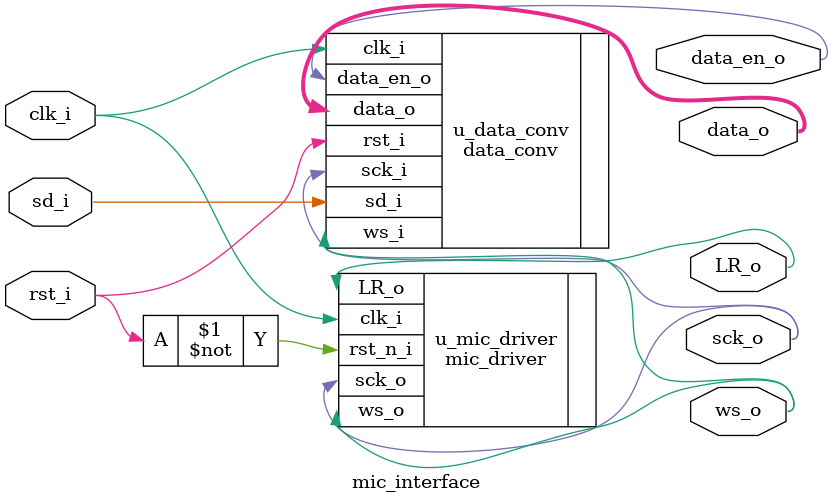
<source format=v>
/* mic_driver和data_conv构成的模块 */
module mic_interface(
    input           clk_i,          // 27M
    input           rst_i,
    input           sd_i,           // IIS串行数据输入
    output          ws_o,           // IIS WS信号
    output          sck_o,          // IIS SCK信号
    output          LR_o,           // 左右声道选择
    output [7:0]    data_o,         // 并行数据输出
    output          data_en_o       // 数据输出有效
);

mic_driver#(
    .CLK_FREQ(27_000_000),
    .SCK_FREQ(27_000_00)
)u_mic_driver(
    .clk_i(clk_i),  
    .rst_n_i(~rst_i),
    .sck_o(sck_o),  
    .ws_o(ws_o),   
    .LR_o(LR_o)    
);

data_conv u_data_conv(
    .clk_i(clk_i),   
    .rst_i(rst_i),
    .sck_i(sck_o),   
    .ws_i(ws_o),    
    .sd_i(sd_i),
    .data_o(data_o),  
    .data_en_o(data_en_o)
);

endmodule

</source>
